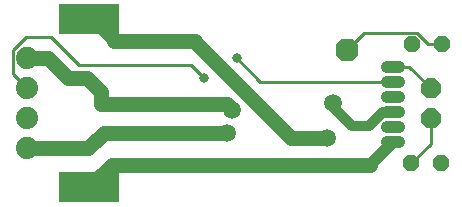
<source format=gbr>
G04 EAGLE Gerber RS-274X export*
G75*
%MOMM*%
%FSLAX34Y34*%
%LPD*%
%INTop Copper*%
%IPPOS*%
%AMOC8*
5,1,8,0,0,1.08239X$1,22.5*%
G01*
%ADD10C,1.008000*%
%ADD11R,5.080000X2.540000*%
%ADD12P,1.814519X8X112.500000*%
%ADD13C,1.879600*%
%ADD14P,1.429621X8X22.500000*%
%ADD15P,2.089446X8X292.500000*%
%ADD16C,1.270000*%
%ADD17C,1.016000*%
%ADD18C,1.500000*%
%ADD19C,0.812800*%
%ADD20C,0.254000*%
%ADD21C,0.806400*%


D10*
X323060Y52450D02*
X333140Y52450D01*
X333140Y65150D02*
X323060Y65150D01*
X323060Y77850D02*
X333140Y77850D01*
X333140Y90550D02*
X323060Y90550D01*
X323060Y103250D02*
X333140Y103250D01*
X333140Y115950D02*
X323060Y115950D01*
D11*
X71000Y14000D03*
X71000Y156000D03*
D12*
X360000Y72300D03*
X360000Y97700D03*
D13*
X18000Y123000D03*
X18000Y97600D03*
X18000Y72200D03*
X18000Y46800D03*
D14*
X344300Y135000D03*
X369700Y135000D03*
X343300Y34000D03*
X368700Y34000D03*
D15*
X289000Y130000D03*
D16*
X90000Y33000D02*
X71000Y14000D01*
D17*
X308650Y33000D02*
X328100Y52450D01*
D16*
X308650Y33000D02*
X90000Y33000D01*
X160000Y137150D02*
X242000Y55150D01*
D17*
X160000Y137150D02*
X160000Y138000D01*
D16*
X92000Y138000D01*
D17*
X74000Y156000D01*
X71000Y156000D01*
D18*
X272000Y55150D03*
D16*
X242000Y55150D01*
D18*
X187000Y60000D03*
D16*
X83000Y60000D01*
X69800Y46800D02*
X18000Y46800D01*
X69800Y46800D02*
X83000Y60000D01*
D19*
X328028Y77778D02*
X328100Y77850D01*
X328028Y77778D02*
X319658Y77778D01*
X307380Y65500D02*
X306970Y65910D01*
X307380Y65500D02*
X319658Y77778D01*
X306970Y65910D02*
X293090Y65910D01*
X276888Y82112D01*
X276888Y84888D01*
X277000Y85000D01*
D18*
X277000Y85000D03*
D16*
X69000Y106000D02*
X53000Y106000D01*
X36000Y123000D01*
X18000Y123000D01*
X80842Y94158D02*
X80842Y84000D01*
X80842Y94158D02*
X69000Y106000D01*
X80842Y84000D02*
X187000Y84000D01*
X192000Y79000D01*
D18*
X192000Y79000D03*
D20*
X357591Y135000D02*
X369700Y135000D01*
X357591Y135000D02*
X348193Y144398D01*
X303398Y144398D01*
X289000Y130000D01*
X360000Y50700D02*
X343300Y34000D01*
X360000Y50700D02*
X360000Y72300D01*
X18000Y97600D02*
X6000Y109600D01*
X6000Y117758D02*
X5808Y117950D01*
X5808Y129808D01*
X17000Y141000D01*
X38000Y141000D01*
X62000Y117000D02*
X157000Y117000D01*
D21*
X168000Y106000D03*
D20*
X6000Y109600D02*
X6000Y117758D01*
X38000Y141000D02*
X62000Y117000D01*
X157000Y117000D02*
X168000Y106000D01*
X215750Y103250D02*
X328100Y103250D01*
D21*
X196000Y123000D03*
D20*
X215750Y103250D01*
X341750Y115950D02*
X360000Y97700D01*
X341750Y115950D02*
X328100Y115950D01*
M02*

</source>
